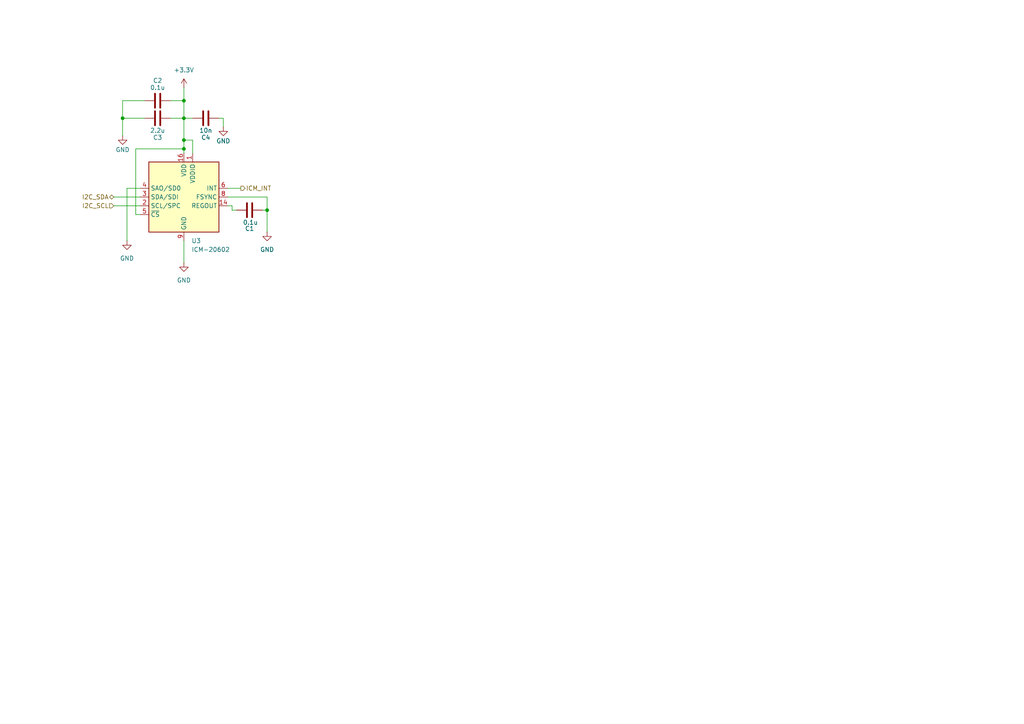
<source format=kicad_sch>
(kicad_sch (version 20231120) (generator "eeschema") (generator_version "8.0")
  (paper "A4")
  (lib_symbols
    (symbol "Device:C" (pin_numbers hide) (pin_names (offset 0.254))
      (property "Reference" "C" (at 0.635 2.54 0))
      (property "Value" "C" (at 0.635 -2.54 0))
      (symbol "C_0_1"
        (polyline (pts (xy -2.032 -0.762) (xy 2.032 -0.762)) (stroke (width 0.508)))
        (polyline (pts (xy -2.032 0.762) (xy 2.032 0.762)) (stroke (width 0.508)))
      )
      (symbol "C_1_1"
        (pin passive line (at 0 3.81 270) (length 2.794) (name "~") (number "1"))
        (pin passive line (at 0 -3.81 90) (length 2.794) (name "~") (number "2"))
      )
    )
    (symbol "Sensor_Motion:ICM-20602"
      (property "Reference" "U" (at -10.16 11.43 0))
      (property "Value" "ICM-20602" (at 10.16 11.43 0))
      (symbol "ICM-20602_0_1"
        (rectangle (start -10.16 10.16) (end 10.16 -10.16) (stroke (width 0.254)) (fill (type background)))
      )
      (symbol "ICM-20602_1_1"
        (pin power_in line (at 2.54 12.7 270) (length 2.54) (name "VDDIO") (number "1"))
        (pin passive line (at 0 -12.7 90) (length 2.54) hide (name "GND") (number "10"))
        (pin passive line (at 0 -12.7 90) (length 2.54) hide (name "GND") (number "11"))
        (pin passive line (at 0 -12.7 90) (length 2.54) hide (name "GND") (number "12"))
        (pin passive line (at 0 -12.7 90) (length 2.54) hide (name "GND") (number "13"))
        (pin passive line (at 12.7 -2.54 180) (length 2.54) (name "REGOUT") (number "14"))
        (pin passive line (at 0 -12.7 90) (length 2.54) hide (name "GND") (number "15"))
        (pin power_in line (at 0 12.7 270) (length 2.54) (name "VDD") (number "16"))
        (pin input line (at -12.7 -2.54 0) (length 2.54) (name "SCL/SPC") (number "2"))
        (pin bidirectional line (at -12.7 0 0) (length 2.54) (name "SDA/SDI") (number "3"))
        (pin bidirectional line (at -12.7 2.54 0) (length 2.54) (name "SAO/SD0") (number "4"))
        (pin input line (at -12.7 -5.08 0) (length 2.54) (name "~{CS}") (number "5"))
        (pin output line (at 12.7 2.54 180) (length 2.54) (name "INT") (number "6"))
        (pin no_connect line (at -10.16 5.08 0) (length 2.54) hide (name "RESV") (number "7"))
        (pin input line (at 12.7 0 180) (length 2.54) (name "FSYNC") (number "8"))
        (pin power_in line (at 0 -12.7 90) (length 2.54) (name "GND") (number "9"))
      )
    )
    (symbol "power:+3.3V" (power) (pin_numbers hide) (pin_names (offset 0) hide)
      (property "Value" "+3.3V" (at 0 3.556 0))
      (symbol "+3.3V_0_1"
        (polyline (pts (xy -0.762 1.27) (xy 0 2.54)))
        (polyline (pts (xy 0 0) (xy 0 2.54)))
        (polyline (pts (xy 0 2.54) (xy 0.762 1.27)))
      )
      (symbol "+3.3V_1_1"
        (pin power_in line (at 0 0 90) (length 0) (name "~") (number "1"))
      )
    )
    (symbol "power:GND" (power) (pin_numbers hide) (pin_names (offset 0) hide)
      (property "Value" "GND" (at 0 -3.81 0))
      (symbol "GND_0_1"
        (polyline (pts (xy 0 0) (xy 0 -1.27) (xy 1.27 -1.27) (xy 0 -2.54) (xy -1.27 -1.27) (xy 0 -1.27)))
      )
      (symbol "GND_1_1"
        (pin power_in line (at 0 0 270) (length 0) (name "~") (number "1"))
      )
    )
  )
  (junction (at 53.34 40.64))
  (junction (at 53.34 34.29))
  (junction (at 53.34 43.18))
  (junction (at 53.34 29.21))
  (junction (at 77.47 60.96))
  (junction (at 35.56 34.29))
  (wire (pts (xy 53.34 40.64) (xy 53.34 43.18)))
  (wire (pts (xy 40.64 62.23) (xy 39.37 62.23)))
  (wire (pts (xy 39.37 62.23) (xy 39.37 43.18)))
  (wire (pts (xy 41.91 29.21) (xy 35.56 29.21)))
  (wire (pts (xy 66.04 57.15) (xy 77.47 57.15)))
  (wire (pts (xy 64.77 34.29) (xy 64.77 36.83)))
  (wire (pts (xy 55.88 40.64) (xy 53.34 40.64)))
  (wire (pts (xy 55.88 44.45) (xy 55.88 40.64)))
  (wire (pts (xy 33.02 57.15) (xy 40.64 57.15)))
  (wire (pts (xy 53.34 34.29) (xy 53.34 40.64)))
  (wire (pts (xy 53.34 25.4) (xy 53.34 29.21)))
  (wire (pts (xy 53.34 69.85) (xy 53.34 76.2)))
  (wire (pts (xy 40.64 54.61) (xy 36.83 54.61)))
  (wire (pts (xy 36.83 54.61) (xy 36.83 69.85)))
  (wire (pts (xy 35.56 29.21) (xy 35.56 34.29)))
  (wire (pts (xy 66.04 59.69) (xy 67.31 59.69)))
  (wire (pts (xy 77.47 57.15) (xy 77.47 60.96)))
  (wire (pts (xy 53.34 43.18) (xy 53.34 44.45)))
  (wire (pts (xy 63.5 34.29) (xy 64.77 34.29)))
  (wire (pts (xy 35.56 34.29) (xy 35.56 39.37)))
  (wire (pts (xy 49.53 29.21) (xy 53.34 29.21)))
  (wire (pts (xy 53.34 29.21) (xy 53.34 34.29)))
  (wire (pts (xy 67.31 60.96) (xy 68.58 60.96)))
  (wire (pts (xy 76.2 60.96) (xy 77.47 60.96)))
  (wire (pts (xy 77.47 60.96) (xy 77.47 67.31)))
  (wire (pts (xy 49.53 34.29) (xy 53.34 34.29)))
  (wire (pts (xy 66.04 54.61) (xy 69.85 54.61)))
  (wire (pts (xy 67.31 59.69) (xy 67.31 60.96)))
  (wire (pts (xy 35.56 34.29) (xy 41.91 34.29)))
  (wire (pts (xy 55.88 34.29) (xy 53.34 34.29)))
  (wire (pts (xy 33.02 59.69) (xy 40.64 59.69)))
  (wire (pts (xy 39.37 43.18) (xy 53.34 43.18)))
  (hierarchical_label "I2C_SDA" (shape bidirectional) (at 33.02 57.15 180))
  (hierarchical_label "I2C_SCL" (shape input) (at 33.02 59.69 180))
  (hierarchical_label "ICM_INT" (shape output) (at 69.85 54.61 0))
  (symbol (lib_id "Device:C") (at 59.69 34.29 90) (unit 1)
    (property "Reference" "C4" (at 59.69 39.878 90))
    (property "Value" "10n" (at 59.69 37.846 90))
    (property "Description" "Unpolarized capacitor" (effects (hide yes)))
  )
  (symbol (lib_id "power:GND") (at 53.34 76.2 0) (unit 1)
    (property "Reference" "#PWR012" (effects (hide yes)))
    (property "Value" "GND" (at 53.34 81.28 0))
    (property "Description" "Power symbol creates a global label with name \"GND\" , ground" (effects (hide yes)))
  )
  (symbol (lib_id "power:GND") (at 36.83 69.85 0) (unit 1)
    (property "Reference" "#PWR017" (effects (hide yes)))
    (property "Value" "GND" (at 36.83 74.93 0))
    (property "Description" "Power symbol creates a global label with name \"GND\" , ground" (effects (hide yes)))
  )
  (symbol (lib_id "power:GND") (at 77.47 67.31 0) (unit 1)
    (property "Reference" "#PWR014" (effects (hide yes)))
    (property "Value" "GND" (at 77.47 72.39 0))
    (property "Description" "Power symbol creates a global label with name \"GND\" , ground" (effects (hide yes)))
  )
  (symbol (lib_id "Device:C") (at 45.72 29.21 90) (unit 1)
    (property "Reference" "C2" (at 45.72 23.368 90))
    (property "Value" "0.1u" (at 45.72 25.4 90))
    (property "Description" "Unpolarized capacitor" (effects (hide yes)))
  )
  (symbol (lib_id "power:GND") (at 64.77 36.83 0) (unit 1)
    (property "Reference" "#PWR016" (effects (hide yes)))
    (property "Value" "GND" (at 64.77 40.894 0))
    (property "Description" "Power symbol creates a global label with name \"GND\" , ground" (effects (hide yes)))
  )
  (symbol (lib_id "Device:C") (at 45.72 34.29 90) (unit 1)
    (property "Reference" "C3" (at 45.72 39.878 90))
    (property "Value" "2.2u" (at 45.72 37.846 90))
    (property "Description" "Unpolarized capacitor" (effects (hide yes)))
  )
  (symbol (lib_id "Sensor_Motion:ICM-20602") (at 53.34 57.15 0) (unit 1)
    (property "Reference" "U3" (at 55.5341 69.85 0) (effects (justify left)))
    (property "Value" "ICM-20602" (at 55.5341 72.39 0) (effects (justify left)))
    (property "Footprint" "Package_LGA:LGA-16_3x3mm_P0.5mm_LayoutBorder3x5y" (effects (hide yes)))
    (property "Datasheet" "http://www.invensense.com/wp-content/uploads/2016/10/DS-000176-ICM-20602-v1.0.pdf" (effects (hide yes)))
    (property "Description" "High performance 6-Axis MEMS motion tracking, SPI/I2C interface, LGA-16" (effects (hide yes)))
  )
  (symbol (lib_id "power:+3.3V") (at 53.34 25.4 0) (unit 1)
    (property "Reference" "#PWR013" (effects (hide yes)))
    (property "Value" "+3.3V" (at 53.34 20.32 0))
    (property "Description" "Power symbol creates a global label with name \"+3.3V\"" (effects (hide yes)))
  )
  (symbol (lib_id "Device:C") (at 72.39 60.96 90) (unit 1)
    (property "Reference" "C1" (at 72.39 66.294 90))
    (property "Value" "0.1u" (at 72.644 64.516 90))
    (property "Description" "Unpolarized capacitor" (effects (hide yes)))
  )
  (symbol (lib_id "power:GND") (at 35.56 39.37 0) (unit 1)
    (property "Reference" "#PWR015" (effects (hide yes)))
    (property "Value" "GND" (at 35.56 43.434 0))
    (property "Description" "Power symbol creates a global label with name \"GND\" , ground" (effects (hide yes)))
  )
)
</source>
